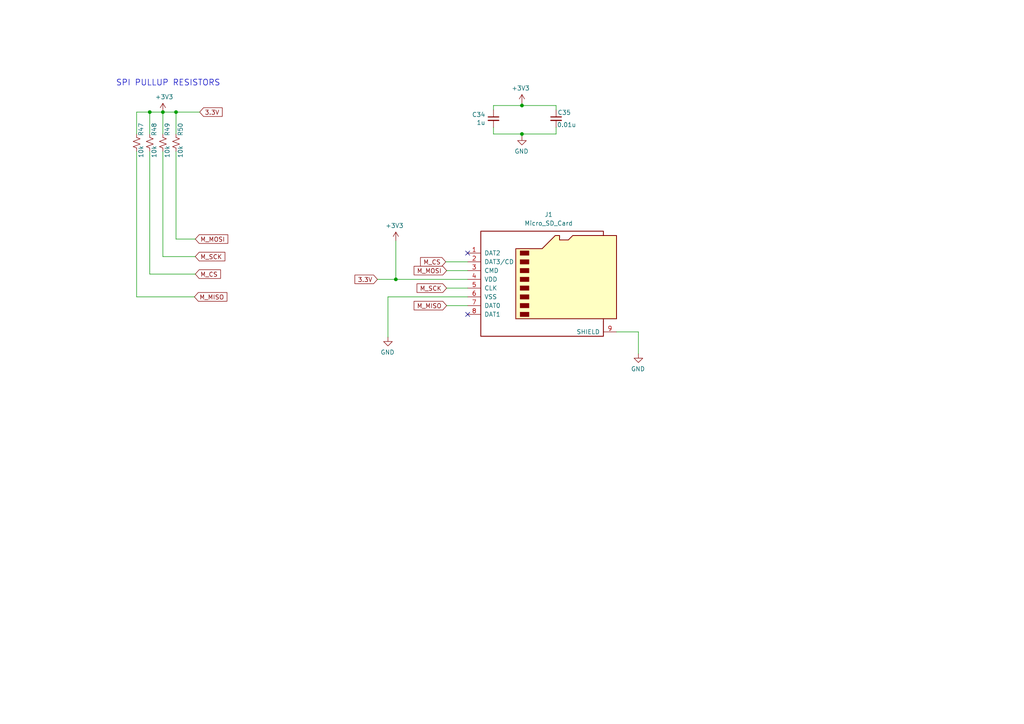
<source format=kicad_sch>
(kicad_sch (version 20231120) (generator "eeschema") (generator_version "8.0")
  (paper "A4")
  (title_block (rev "V1.0") (company "MyoGen Solutions") (comment 1 "Designed By Eng. Ndambia M."))
  (lib_symbols
    (symbol "Connector:Micro_SD_Card" (pin_names (offset 1.016))
      (property "Reference" "J" (at -16.51 15.24 0))
      (property "Value" "Micro_SD_Card" (at 16.51 15.24 0))
      (symbol "Micro_SD_Card_0_1"
        (rectangle (start -7.62 -9.525) (end -5.08 -10.795) (fill (type outline)))
        (rectangle (start -7.62 -6.985) (end -5.08 -8.255) (fill (type outline)))
        (rectangle (start -7.62 -4.445) (end -5.08 -5.715) (fill (type outline)))
        (rectangle (start -7.62 -1.905) (end -5.08 -3.175) (fill (type outline)))
        (rectangle (start -7.62 0.635) (end -5.08 -0.635) (fill (type outline)))
        (rectangle (start -7.62 3.175) (end -5.08 1.905) (fill (type outline)))
        (rectangle (start -7.62 5.715) (end -5.08 4.445) (fill (type outline)))
        (rectangle (start -7.62 8.255) (end -5.08 6.985) (fill (type outline)))
        (polyline (pts (xy 16.51 12.7) (xy 16.51 13.97) (xy -19.05 13.97) (xy -19.05 -16.51) (xy 16.51 -16.51) (xy 16.51 -11.43)) (stroke (width 0.254)))
        (polyline (pts (xy -8.89 -11.43) (xy -8.89 8.89) (xy -1.27 8.89) (xy 2.54 12.7) (xy 3.81 12.7) (xy 3.81 11.43) (xy 6.35 11.43) (xy 7.62 12.7) (xy 20.32 12.7) (xy 20.32 -11.43) (xy -8.89 -11.43)) (stroke (width 0.254)) (fill (type background)))
      )
      (symbol "Micro_SD_Card_1_1"
        (pin bidirectional line (at -22.86 7.62 0) (length 3.81) (name "DAT2") (number "1"))
        (pin bidirectional line (at -22.86 5.08 0) (length 3.81) (name "DAT3/CD") (number "2"))
        (pin input line (at -22.86 2.54 0) (length 3.81) (name "CMD") (number "3"))
        (pin power_in line (at -22.86 0 0) (length 3.81) (name "VDD") (number "4"))
        (pin input line (at -22.86 -2.54 0) (length 3.81) (name "CLK") (number "5"))
        (pin power_in line (at -22.86 -5.08 0) (length 3.81) (name "VSS") (number "6"))
        (pin bidirectional line (at -22.86 -7.62 0) (length 3.81) (name "DAT0") (number "7"))
        (pin bidirectional line (at -22.86 -10.16 0) (length 3.81) (name "DAT1") (number "8"))
        (pin passive line (at 20.32 -15.24 180) (length 3.81) (name "SHIELD") (number "9"))
      )
    )
    (symbol "fridgeduino-rescue:+3V3-power" (power) (pin_names (offset 0))
      (property "Value" "+3V3-power" (at 0 3.556 0))
      (symbol "+3V3-power_0_1"
        (polyline (pts (xy -0.762 1.27) (xy 0 2.54)))
        (polyline (pts (xy 0 0) (xy 0 2.54)))
        (polyline (pts (xy 0 2.54) (xy 0.762 1.27)))
      )
      (symbol "+3V3-power_1_1"
        (pin power_in line (at 0 0 90) (length 0) hide (name "+3V3") (number "1"))
      )
    )
    (symbol "fridgeduino-rescue:C_Small-Device" (pin_numbers hide) (pin_names (offset 0.254) hide)
      (property "Reference" "C" (at 0.254 1.778 0))
      (property "Value" "C_Small-Device" (at 0.254 -2.032 0))
      (symbol "C_Small-Device_0_1"
        (polyline (pts (xy -1.524 -0.508) (xy 1.524 -0.508)) (stroke (width 0.3302)))
        (polyline (pts (xy -1.524 0.508) (xy 1.524 0.508)) (stroke (width 0.3048)))
      )
      (symbol "C_Small-Device_1_1"
        (pin passive line (at 0 2.54 270) (length 2.032) (name "~") (number "1"))
        (pin passive line (at 0 -2.54 90) (length 2.032) (name "~") (number "2"))
      )
    )
    (symbol "fridgeduino-rescue:GND-power" (power) (pin_names (offset 0))
      (property "Value" "GND-power" (at 0 -3.81 0))
      (symbol "GND-power_0_1"
        (polyline (pts (xy 0 0) (xy 0 -1.27) (xy 1.27 -1.27) (xy 0 -2.54) (xy -1.27 -1.27) (xy 0 -1.27)))
      )
      (symbol "GND-power_1_1"
        (pin power_in line (at 0 0 270) (length 0) hide (name "GND") (number "1"))
      )
    )
    (symbol "fridgeduino-rescue:R_Small_US-Device" (pin_numbers hide) (pin_names (offset 0.254) hide)
      (property "Reference" "R" (at 0.762 0.508 0))
      (property "Value" "R_Small_US-Device" (at 0.762 -1.016 0))
      (symbol "R_Small_US-Device_1_1"
        (polyline (pts (xy 0 0) (xy 1.016 -0.381) (xy 0 -0.762) (xy -1.016 -1.143) (xy 0 -1.524)))
        (polyline (pts (xy 0 1.524) (xy 1.016 1.143) (xy 0 0.762) (xy -1.016 0.381) (xy 0 0)))
        (pin passive line (at 0 2.54 270) (length 1.016) (name "~") (number "1"))
        (pin passive line (at 0 -2.54 90) (length 1.016) (name "~") (number "2"))
      )
    )
  )
  (junction (at 151.384 30.607))
  (junction (at 114.808 81.026))
  (junction (at 43.434 32.512))
  (junction (at 47.244 32.512))
  (junction (at 51.054 32.512))
  (junction (at 151.384 38.862))
  (no_connect (at 135.636 91.186))
  (no_connect (at 135.636 73.406))
  (wire (pts (xy 51.054 32.512) (xy 51.054 38.862)))
  (wire (pts (xy 143.129 38.862) (xy 143.129 36.957)))
  (wire (pts (xy 51.054 43.942) (xy 51.054 69.342)))
  (wire (pts (xy 112.522 86.106) (xy 112.522 97.79)))
  (wire (pts (xy 47.244 74.422) (xy 56.642 74.422)))
  (wire (pts (xy 39.624 32.512) (xy 39.624 38.862)))
  (wire (pts (xy 112.522 86.106) (xy 135.636 86.106)))
  (wire (pts (xy 43.434 32.512) (xy 39.624 32.512)))
  (wire (pts (xy 161.29 38.862) (xy 151.384 38.862)))
  (wire (pts (xy 47.244 32.512) (xy 43.434 32.512)))
  (wire (pts (xy 47.244 32.512) (xy 51.054 32.512)))
  (wire (pts (xy 114.808 69.85) (xy 114.808 81.026)))
  (wire (pts (xy 161.29 30.607) (xy 161.29 31.877)))
  (wire (pts (xy 39.624 43.942) (xy 39.624 86.106)))
  (wire (pts (xy 129.54 78.486) (xy 135.636 78.486)))
  (wire (pts (xy 151.384 30.607) (xy 143.129 30.607)))
  (wire (pts (xy 185.166 96.266) (xy 178.816 96.266)))
  (wire (pts (xy 57.912 32.512) (xy 51.054 32.512)))
  (wire (pts (xy 43.434 32.512) (xy 43.434 38.862)))
  (wire (pts (xy 161.29 30.607) (xy 151.384 30.607)))
  (wire (pts (xy 43.434 79.502) (xy 56.642 79.502)))
  (wire (pts (xy 151.384 38.862) (xy 143.129 38.862)))
  (wire (pts (xy 151.384 39.497) (xy 151.384 38.862)))
  (wire (pts (xy 43.434 43.942) (xy 43.434 79.502)))
  (wire (pts (xy 129.54 88.646) (xy 135.636 88.646)))
  (wire (pts (xy 161.29 36.957) (xy 161.29 38.862)))
  (wire (pts (xy 109.474 81.026) (xy 114.808 81.026)))
  (wire (pts (xy 129.54 83.566) (xy 135.636 83.566)))
  (wire (pts (xy 47.244 43.942) (xy 47.244 74.422)))
  (wire (pts (xy 185.166 102.616) (xy 185.166 96.266)))
  (wire (pts (xy 129.286 75.946) (xy 135.636 75.946)))
  (wire (pts (xy 39.624 86.106) (xy 56.388 86.106)))
  (wire (pts (xy 114.808 81.026) (xy 135.636 81.026)))
  (wire (pts (xy 51.054 69.342) (xy 56.642 69.342)))
  (wire (pts (xy 151.384 29.972) (xy 151.384 30.607)))
  (wire (pts (xy 47.244 32.512) (xy 47.244 38.862)))
  (wire (pts (xy 143.129 30.607) (xy 143.129 31.877)))
  (text "SPI PULLUP RESISTORS\n" (at 48.768 24.13 0) (effects (font (size 1.7 1.7))))
  (global_label "M_SCK" (shape input) (at 129.54 83.566 180) (property "Intersheetrefs" "${INTERSHEET_REFS}" (effects (hide yes))))
  (global_label "M_MOSI" (shape input) (at 56.642 69.342 0) (property "Intersheetrefs" "${INTERSHEET_REFS}" (effects (hide yes))))
  (global_label "M_CS" (shape input) (at 129.286 75.946 180) (property "Intersheetrefs" "${INTERSHEET_REFS}" (effects (hide yes))))
  (global_label "3.3V" (shape input) (at 109.474 81.026 180) (property "Intersheetrefs" "${INTERSHEET_REFS}" (effects (hide yes))))
  (global_label "M_CS" (shape input) (at 56.642 79.502 0) (property "Intersheetrefs" "${INTERSHEET_REFS}" (effects (hide yes))))
  (global_label "M_MOSI" (shape input) (at 129.54 78.486 180) (property "Intersheetrefs" "${INTERSHEET_REFS}" (effects (hide yes))))
  (global_label "3.3V" (shape input) (at 57.912 32.512 0) (property "Intersheetrefs" "${INTERSHEET_REFS}" (effects (hide yes))))
  (global_label "M_MISO" (shape input) (at 56.388 86.106 0) (property "Intersheetrefs" "${INTERSHEET_REFS}" (effects (hide yes))))
  (global_label "M_MISO" (shape input) (at 129.54 88.646 180) (property "Intersheetrefs" "${INTERSHEET_REFS}" (effects (hide yes))))
  (global_label "M_SCK" (shape input) (at 56.642 74.422 0) (property "Intersheetrefs" "${INTERSHEET_REFS}" (effects (hide yes))))
  (symbol (lib_id "fridgeduino-rescue:C_Small-Device") (at 143.129 34.417 0) (mirror y) (unit 1)
    (property "Reference" "C34" (at 140.7922 33.2486 0) (effects (justify left)))
    (property "Value" "1u" (at 140.7922 35.56 0) (effects (justify left)))
    (property "Footprint" "Capacitor_SMD:C_0402_1005Metric" (effects (hide yes)))
  )
  (symbol (lib_id "fridgeduino-rescue:R_Small_US-Device") (at 47.244 41.402 0) (unit 1)
    (property "Reference" "R49" (at 48.514 39.497 90) (effects (justify left)))
    (property "Value" "10k" (at 48.514 45.847 90) (effects (justify left)))
    (property "Footprint" "Resistor_SMD:R_0402_1005Metric" (effects (hide yes)))
  )
  (symbol (lib_id "fridgeduino-rescue:+3V3-power") (at 47.244 32.512 0) (unit 1)
    (property "Reference" "#PWR049" (effects (hide yes)))
    (property "Value" "+3V3" (at 47.625 28.1178 0))
  )
  (symbol (lib_id "fridgeduino-rescue:C_Small-Device") (at 161.29 34.417 0) (mirror y) (unit 1)
    (property "Reference" "C35" (at 165.608 32.639 0) (effects (justify left)))
    (property "Value" "0.01u" (at 167.132 36.195 0) (effects (justify left)))
    (property "Footprint" "Capacitor_SMD:C_0402_1005Metric" (effects (hide yes)))
  )
  (symbol (lib_id "fridgeduino-rescue:R_Small_US-Device") (at 51.054 41.402 0) (unit 1)
    (property "Reference" "R50" (at 52.324 39.497 90) (effects (justify left)))
    (property "Value" "10k" (at 52.324 45.847 90) (effects (justify left)))
    (property "Footprint" "Resistor_SMD:R_0402_1005Metric" (effects (hide yes)))
  )
  (symbol (lib_id "fridgeduino-rescue:+3V3-power") (at 114.808 69.85 0) (mirror y) (unit 1)
    (property "Reference" "#PWR051" (effects (hide yes)))
    (property "Value" "+3V3" (at 114.427 65.4558 0))
  )
  (symbol (lib_id "fridgeduino-rescue:R_Small_US-Device") (at 39.624 41.402 0) (unit 1)
    (property "Reference" "R47" (at 40.894 39.497 90) (effects (justify left)))
    (property "Value" "10k" (at 40.894 45.847 90) (effects (justify left)))
    (property "Footprint" "Resistor_SMD:R_0402_1005Metric" (effects (hide yes)))
  )
  (symbol (lib_id "Connector:Micro_SD_Card") (at 158.496 81.026 0) (unit 1)
    (property "Reference" "J1" (at 159.131 62.23 0))
    (property "Value" "Micro_SD_Card" (at 159.131 64.77 0))
    (property "Datasheet" "http://katalog.we-online.de/em/datasheet/693072010801.pdf" (effects (hide yes)))
    (property "Description" "Micro SD Card Socket" (effects (hide yes)))
  )
  (symbol (lib_id "fridgeduino-rescue:GND-power") (at 151.384 39.497 0) (mirror y) (unit 1)
    (property "Reference" "#PWR053" (effects (hide yes)))
    (property "Value" "GND" (at 151.257 43.8912 0))
  )
  (symbol (lib_id "fridgeduino-rescue:GND-power") (at 185.166 102.616 0) (mirror y) (unit 1)
    (property "Reference" "#PWR054" (effects (hide yes)))
    (property "Value" "GND" (at 185.039 107.0102 0))
  )
  (symbol (lib_id "fridgeduino-rescue:R_Small_US-Device") (at 43.434 41.402 0) (unit 1)
    (property "Reference" "R48" (at 44.704 39.497 90) (effects (justify left)))
    (property "Value" "10k" (at 44.704 45.847 90) (effects (justify left)))
    (property "Footprint" "Resistor_SMD:R_0402_1005Metric" (effects (hide yes)))
  )
  (symbol (lib_id "fridgeduino-rescue:GND-power") (at 112.522 97.79 0) (mirror y) (unit 1)
    (property "Reference" "#PWR050" (effects (hide yes)))
    (property "Value" "GND" (at 112.395 102.1842 0))
  )
  (symbol (lib_id "fridgeduino-rescue:+3V3-power") (at 151.384 29.972 0) (mirror y) (unit 1)
    (property "Reference" "#PWR052" (effects (hide yes)))
    (property "Value" "+3V3" (at 151.003 25.5778 0))
  )
)
</source>
